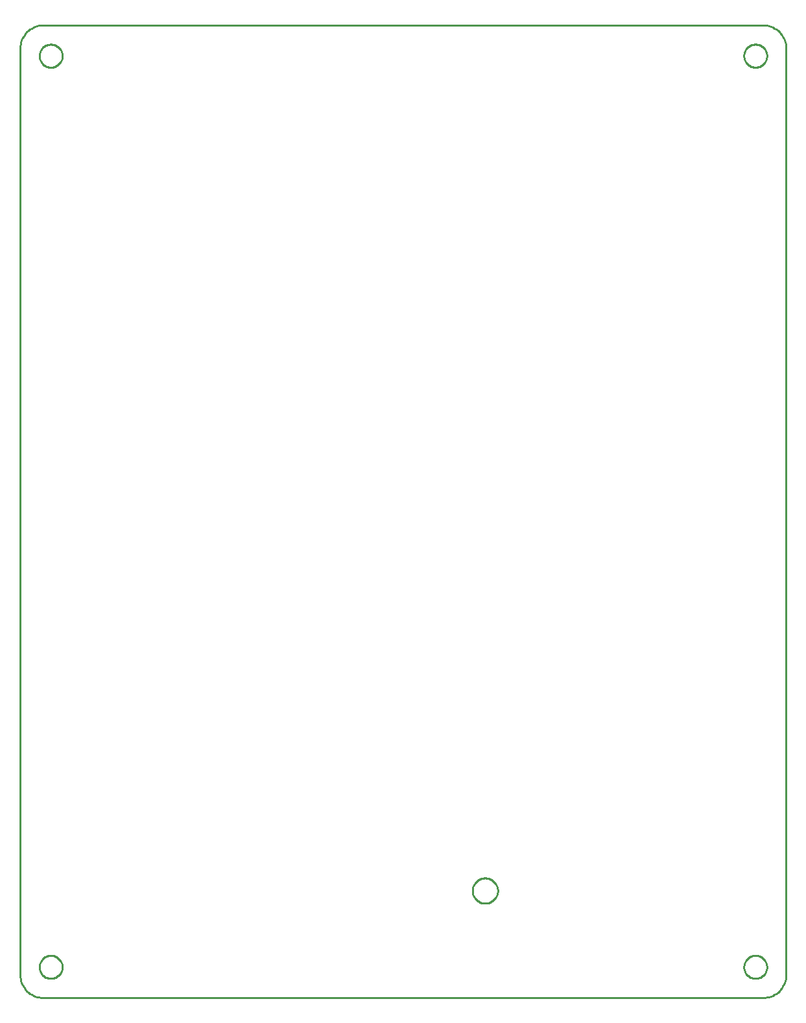
<source format=gbr>
G04 EAGLE Gerber RS-274X export*
G75*
%MOMM*%
%FSLAX34Y34*%
%LPD*%
%IN*%
%IPPOS*%
%AMOC8*
5,1,8,0,0,1.08239X$1,22.5*%
G01*
%ADD10C,0.254000*%


D10*
X482600Y-1452725D02*
X482714Y-1455340D01*
X483056Y-1457934D01*
X483622Y-1460490D01*
X484409Y-1462986D01*
X485411Y-1465404D01*
X486619Y-1467725D01*
X488025Y-1469932D01*
X489619Y-1472009D01*
X491387Y-1473938D01*
X493316Y-1475706D01*
X495393Y-1477300D01*
X497600Y-1478706D01*
X499921Y-1479914D01*
X502339Y-1480916D01*
X504835Y-1481703D01*
X507391Y-1482269D01*
X509985Y-1482611D01*
X512600Y-1482725D01*
X1452600Y-1482725D01*
X1455215Y-1482611D01*
X1457809Y-1482269D01*
X1460365Y-1481703D01*
X1462861Y-1480916D01*
X1465279Y-1479914D01*
X1467600Y-1478706D01*
X1469807Y-1477300D01*
X1471884Y-1475706D01*
X1473813Y-1473938D01*
X1475581Y-1472009D01*
X1477175Y-1469932D01*
X1478581Y-1467725D01*
X1479789Y-1465404D01*
X1480791Y-1462986D01*
X1481578Y-1460490D01*
X1482144Y-1457934D01*
X1482486Y-1455340D01*
X1482600Y-1452725D01*
X1482600Y-242725D01*
X1482486Y-240110D01*
X1482144Y-237516D01*
X1481578Y-234960D01*
X1480791Y-232464D01*
X1479789Y-230046D01*
X1478581Y-227725D01*
X1477175Y-225518D01*
X1475581Y-223441D01*
X1473813Y-221512D01*
X1471884Y-219744D01*
X1469807Y-218150D01*
X1467600Y-216744D01*
X1465279Y-215536D01*
X1462861Y-214534D01*
X1460365Y-213747D01*
X1457809Y-213181D01*
X1455215Y-212839D01*
X1452600Y-212725D01*
X512600Y-212725D01*
X509985Y-212839D01*
X507391Y-213181D01*
X504835Y-213747D01*
X502339Y-214534D01*
X499921Y-215536D01*
X497600Y-216744D01*
X495393Y-218150D01*
X493316Y-219744D01*
X491387Y-221512D01*
X489619Y-223441D01*
X488025Y-225518D01*
X486619Y-227725D01*
X485411Y-230046D01*
X484409Y-232464D01*
X483622Y-234960D01*
X483056Y-237516D01*
X482714Y-240110D01*
X482600Y-242725D01*
X482600Y-1452725D01*
X537600Y-253261D02*
X537600Y-252189D01*
X537524Y-251121D01*
X537371Y-250060D01*
X537143Y-249013D01*
X536841Y-247985D01*
X536467Y-246981D01*
X536022Y-246006D01*
X535508Y-245066D01*
X534929Y-244165D01*
X534287Y-243307D01*
X533585Y-242497D01*
X532828Y-241740D01*
X532018Y-241038D01*
X531160Y-240396D01*
X530259Y-239817D01*
X529319Y-239303D01*
X528344Y-238858D01*
X527340Y-238484D01*
X526312Y-238182D01*
X525265Y-237954D01*
X524204Y-237801D01*
X523136Y-237725D01*
X522064Y-237725D01*
X520996Y-237801D01*
X519935Y-237954D01*
X518888Y-238182D01*
X517860Y-238484D01*
X516856Y-238858D01*
X515881Y-239303D01*
X514941Y-239817D01*
X514040Y-240396D01*
X513182Y-241038D01*
X512372Y-241740D01*
X511615Y-242497D01*
X510913Y-243307D01*
X510271Y-244165D01*
X509692Y-245066D01*
X509178Y-246006D01*
X508733Y-246981D01*
X508359Y-247985D01*
X508057Y-249013D01*
X507829Y-250060D01*
X507676Y-251121D01*
X507600Y-252189D01*
X507600Y-253261D01*
X507676Y-254329D01*
X507829Y-255390D01*
X508057Y-256437D01*
X508359Y-257465D01*
X508733Y-258469D01*
X509178Y-259444D01*
X509692Y-260384D01*
X510271Y-261285D01*
X510913Y-262143D01*
X511615Y-262953D01*
X512372Y-263710D01*
X513182Y-264412D01*
X514040Y-265054D01*
X514941Y-265633D01*
X515881Y-266147D01*
X516856Y-266592D01*
X517860Y-266966D01*
X518888Y-267268D01*
X519935Y-267496D01*
X520996Y-267649D01*
X522064Y-267725D01*
X523136Y-267725D01*
X524204Y-267649D01*
X525265Y-267496D01*
X526312Y-267268D01*
X527340Y-266966D01*
X528344Y-266592D01*
X529319Y-266147D01*
X530259Y-265633D01*
X531160Y-265054D01*
X532018Y-264412D01*
X532828Y-263710D01*
X533585Y-262953D01*
X534287Y-262143D01*
X534929Y-261285D01*
X535508Y-260384D01*
X536022Y-259444D01*
X536467Y-258469D01*
X536841Y-257465D01*
X537143Y-256437D01*
X537371Y-255390D01*
X537524Y-254329D01*
X537600Y-253261D01*
X1457600Y-253261D02*
X1457600Y-252189D01*
X1457524Y-251121D01*
X1457371Y-250060D01*
X1457143Y-249013D01*
X1456841Y-247985D01*
X1456467Y-246981D01*
X1456022Y-246006D01*
X1455508Y-245066D01*
X1454929Y-244165D01*
X1454287Y-243307D01*
X1453585Y-242497D01*
X1452828Y-241740D01*
X1452018Y-241038D01*
X1451160Y-240396D01*
X1450259Y-239817D01*
X1449319Y-239303D01*
X1448344Y-238858D01*
X1447340Y-238484D01*
X1446312Y-238182D01*
X1445265Y-237954D01*
X1444204Y-237801D01*
X1443136Y-237725D01*
X1442064Y-237725D01*
X1440996Y-237801D01*
X1439935Y-237954D01*
X1438888Y-238182D01*
X1437860Y-238484D01*
X1436856Y-238858D01*
X1435881Y-239303D01*
X1434941Y-239817D01*
X1434040Y-240396D01*
X1433182Y-241038D01*
X1432372Y-241740D01*
X1431615Y-242497D01*
X1430913Y-243307D01*
X1430271Y-244165D01*
X1429692Y-245066D01*
X1429178Y-246006D01*
X1428733Y-246981D01*
X1428359Y-247985D01*
X1428057Y-249013D01*
X1427829Y-250060D01*
X1427676Y-251121D01*
X1427600Y-252189D01*
X1427600Y-253261D01*
X1427676Y-254329D01*
X1427829Y-255390D01*
X1428057Y-256437D01*
X1428359Y-257465D01*
X1428733Y-258469D01*
X1429178Y-259444D01*
X1429692Y-260384D01*
X1430271Y-261285D01*
X1430913Y-262143D01*
X1431615Y-262953D01*
X1432372Y-263710D01*
X1433182Y-264412D01*
X1434040Y-265054D01*
X1434941Y-265633D01*
X1435881Y-266147D01*
X1436856Y-266592D01*
X1437860Y-266966D01*
X1438888Y-267268D01*
X1439935Y-267496D01*
X1440996Y-267649D01*
X1442064Y-267725D01*
X1443136Y-267725D01*
X1444204Y-267649D01*
X1445265Y-267496D01*
X1446312Y-267268D01*
X1447340Y-266966D01*
X1448344Y-266592D01*
X1449319Y-266147D01*
X1450259Y-265633D01*
X1451160Y-265054D01*
X1452018Y-264412D01*
X1452828Y-263710D01*
X1453585Y-262953D01*
X1454287Y-262143D01*
X1454929Y-261285D01*
X1455508Y-260384D01*
X1456022Y-259444D01*
X1456467Y-258469D01*
X1456841Y-257465D01*
X1457143Y-256437D01*
X1457371Y-255390D01*
X1457524Y-254329D01*
X1457600Y-253261D01*
X1457600Y-1443261D02*
X1457600Y-1442189D01*
X1457524Y-1441121D01*
X1457371Y-1440060D01*
X1457143Y-1439013D01*
X1456841Y-1437985D01*
X1456467Y-1436981D01*
X1456022Y-1436006D01*
X1455508Y-1435066D01*
X1454929Y-1434165D01*
X1454287Y-1433307D01*
X1453585Y-1432497D01*
X1452828Y-1431740D01*
X1452018Y-1431038D01*
X1451160Y-1430396D01*
X1450259Y-1429817D01*
X1449319Y-1429303D01*
X1448344Y-1428858D01*
X1447340Y-1428484D01*
X1446312Y-1428182D01*
X1445265Y-1427954D01*
X1444204Y-1427801D01*
X1443136Y-1427725D01*
X1442064Y-1427725D01*
X1440996Y-1427801D01*
X1439935Y-1427954D01*
X1438888Y-1428182D01*
X1437860Y-1428484D01*
X1436856Y-1428858D01*
X1435881Y-1429303D01*
X1434941Y-1429817D01*
X1434040Y-1430396D01*
X1433182Y-1431038D01*
X1432372Y-1431740D01*
X1431615Y-1432497D01*
X1430913Y-1433307D01*
X1430271Y-1434165D01*
X1429692Y-1435066D01*
X1429178Y-1436006D01*
X1428733Y-1436981D01*
X1428359Y-1437985D01*
X1428057Y-1439013D01*
X1427829Y-1440060D01*
X1427676Y-1441121D01*
X1427600Y-1442189D01*
X1427600Y-1443261D01*
X1427676Y-1444329D01*
X1427829Y-1445390D01*
X1428057Y-1446437D01*
X1428359Y-1447465D01*
X1428733Y-1448469D01*
X1429178Y-1449444D01*
X1429692Y-1450384D01*
X1430271Y-1451285D01*
X1430913Y-1452143D01*
X1431615Y-1452953D01*
X1432372Y-1453710D01*
X1433182Y-1454412D01*
X1434040Y-1455054D01*
X1434941Y-1455633D01*
X1435881Y-1456147D01*
X1436856Y-1456592D01*
X1437860Y-1456966D01*
X1438888Y-1457268D01*
X1439935Y-1457496D01*
X1440996Y-1457649D01*
X1442064Y-1457725D01*
X1443136Y-1457725D01*
X1444204Y-1457649D01*
X1445265Y-1457496D01*
X1446312Y-1457268D01*
X1447340Y-1456966D01*
X1448344Y-1456592D01*
X1449319Y-1456147D01*
X1450259Y-1455633D01*
X1451160Y-1455054D01*
X1452018Y-1454412D01*
X1452828Y-1453710D01*
X1453585Y-1452953D01*
X1454287Y-1452143D01*
X1454929Y-1451285D01*
X1455508Y-1450384D01*
X1456022Y-1449444D01*
X1456467Y-1448469D01*
X1456841Y-1447465D01*
X1457143Y-1446437D01*
X1457371Y-1445390D01*
X1457524Y-1444329D01*
X1457600Y-1443261D01*
X537600Y-1443261D02*
X537600Y-1442189D01*
X537524Y-1441121D01*
X537371Y-1440060D01*
X537143Y-1439013D01*
X536841Y-1437985D01*
X536467Y-1436981D01*
X536022Y-1436006D01*
X535508Y-1435066D01*
X534929Y-1434165D01*
X534287Y-1433307D01*
X533585Y-1432497D01*
X532828Y-1431740D01*
X532018Y-1431038D01*
X531160Y-1430396D01*
X530259Y-1429817D01*
X529319Y-1429303D01*
X528344Y-1428858D01*
X527340Y-1428484D01*
X526312Y-1428182D01*
X525265Y-1427954D01*
X524204Y-1427801D01*
X523136Y-1427725D01*
X522064Y-1427725D01*
X520996Y-1427801D01*
X519935Y-1427954D01*
X518888Y-1428182D01*
X517860Y-1428484D01*
X516856Y-1428858D01*
X515881Y-1429303D01*
X514941Y-1429817D01*
X514040Y-1430396D01*
X513182Y-1431038D01*
X512372Y-1431740D01*
X511615Y-1432497D01*
X510913Y-1433307D01*
X510271Y-1434165D01*
X509692Y-1435066D01*
X509178Y-1436006D01*
X508733Y-1436981D01*
X508359Y-1437985D01*
X508057Y-1439013D01*
X507829Y-1440060D01*
X507676Y-1441121D01*
X507600Y-1442189D01*
X507600Y-1443261D01*
X507676Y-1444329D01*
X507829Y-1445390D01*
X508057Y-1446437D01*
X508359Y-1447465D01*
X508733Y-1448469D01*
X509178Y-1449444D01*
X509692Y-1450384D01*
X510271Y-1451285D01*
X510913Y-1452143D01*
X511615Y-1452953D01*
X512372Y-1453710D01*
X513182Y-1454412D01*
X514040Y-1455054D01*
X514941Y-1455633D01*
X515881Y-1456147D01*
X516856Y-1456592D01*
X517860Y-1456966D01*
X518888Y-1457268D01*
X519935Y-1457496D01*
X520996Y-1457649D01*
X522064Y-1457725D01*
X523136Y-1457725D01*
X524204Y-1457649D01*
X525265Y-1457496D01*
X526312Y-1457268D01*
X527340Y-1456966D01*
X528344Y-1456592D01*
X529319Y-1456147D01*
X530259Y-1455633D01*
X531160Y-1455054D01*
X532018Y-1454412D01*
X532828Y-1453710D01*
X533585Y-1452953D01*
X534287Y-1452143D01*
X534929Y-1451285D01*
X535508Y-1450384D01*
X536022Y-1449444D01*
X536467Y-1448469D01*
X536841Y-1447465D01*
X537143Y-1446437D01*
X537371Y-1445390D01*
X537524Y-1444329D01*
X537600Y-1443261D01*
X1089120Y-1326515D02*
X1088041Y-1326586D01*
X1086969Y-1326727D01*
X1085909Y-1326938D01*
X1084865Y-1327217D01*
X1083841Y-1327565D01*
X1082843Y-1327979D01*
X1081873Y-1328457D01*
X1080937Y-1328997D01*
X1080038Y-1329598D01*
X1079181Y-1330256D01*
X1078368Y-1330969D01*
X1077604Y-1331733D01*
X1076891Y-1332546D01*
X1076233Y-1333403D01*
X1075632Y-1334302D01*
X1075092Y-1335238D01*
X1074614Y-1336208D01*
X1074200Y-1337206D01*
X1073852Y-1338230D01*
X1073573Y-1339274D01*
X1073362Y-1340334D01*
X1073221Y-1341406D01*
X1073150Y-1342485D01*
X1073150Y-1343565D01*
X1073221Y-1344644D01*
X1073362Y-1345716D01*
X1073573Y-1346776D01*
X1073852Y-1347820D01*
X1074200Y-1348844D01*
X1074614Y-1349842D01*
X1075092Y-1350812D01*
X1075632Y-1351748D01*
X1076233Y-1352647D01*
X1076891Y-1353504D01*
X1077604Y-1354317D01*
X1078368Y-1355082D01*
X1079181Y-1355794D01*
X1080038Y-1356452D01*
X1080937Y-1357053D01*
X1081873Y-1357593D01*
X1082843Y-1358071D01*
X1083841Y-1358485D01*
X1084865Y-1358833D01*
X1085909Y-1359112D01*
X1086969Y-1359323D01*
X1088041Y-1359464D01*
X1089120Y-1359535D01*
X1090200Y-1359535D01*
X1091279Y-1359464D01*
X1092351Y-1359323D01*
X1093411Y-1359112D01*
X1094455Y-1358833D01*
X1095479Y-1358485D01*
X1096477Y-1358071D01*
X1097447Y-1357593D01*
X1098383Y-1357053D01*
X1099282Y-1356452D01*
X1100139Y-1355794D01*
X1100952Y-1355082D01*
X1101717Y-1354317D01*
X1102429Y-1353504D01*
X1103087Y-1352647D01*
X1103688Y-1351748D01*
X1104228Y-1350812D01*
X1104706Y-1349842D01*
X1105120Y-1348844D01*
X1105468Y-1347820D01*
X1105747Y-1346776D01*
X1105958Y-1345716D01*
X1106099Y-1344644D01*
X1106170Y-1343565D01*
X1106170Y-1342485D01*
X1106099Y-1341406D01*
X1105958Y-1340334D01*
X1105747Y-1339274D01*
X1105468Y-1338230D01*
X1105120Y-1337206D01*
X1104706Y-1336208D01*
X1104228Y-1335238D01*
X1103688Y-1334302D01*
X1103087Y-1333403D01*
X1102429Y-1332546D01*
X1101717Y-1331733D01*
X1100952Y-1330969D01*
X1100139Y-1330256D01*
X1099282Y-1329598D01*
X1098383Y-1328997D01*
X1097447Y-1328457D01*
X1096477Y-1327979D01*
X1095479Y-1327565D01*
X1094455Y-1327217D01*
X1093411Y-1326938D01*
X1092351Y-1326727D01*
X1091279Y-1326586D01*
X1090200Y-1326515D01*
X1089120Y-1326515D01*
M02*

</source>
